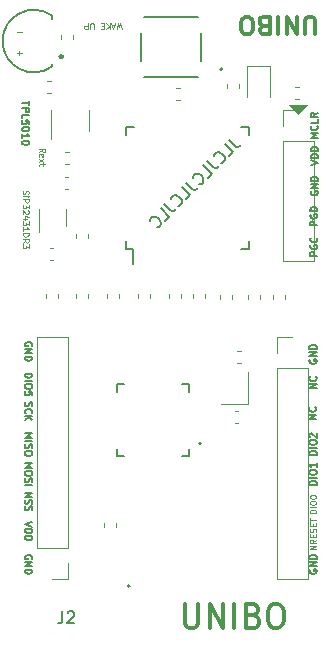
<source format=gbr>
%TF.GenerationSoftware,KiCad,Pcbnew,(5.1.6)-1*%
%TF.CreationDate,2022-09-14T08:17:57+02:00*%
%TF.ProjectId,LoRaWAN_EndNode_Microchip,4c6f5261-5741-44e5-9f45-6e644e6f6465,rev?*%
%TF.SameCoordinates,Original*%
%TF.FileFunction,Legend,Top*%
%TF.FilePolarity,Positive*%
%FSLAX46Y46*%
G04 Gerber Fmt 4.6, Leading zero omitted, Abs format (unit mm)*
G04 Created by KiCad (PCBNEW (5.1.6)-1) date 2022-09-14 08:17:57*
%MOMM*%
%LPD*%
G01*
G04 APERTURE LIST*
%ADD10C,0.300000*%
%ADD11C,0.125000*%
%ADD12C,0.150000*%
%ADD13C,0.100000*%
%ADD14C,0.120000*%
%ADD15C,0.127000*%
%ADD16C,0.200000*%
G04 APERTURE END LIST*
D10*
X213267142Y-72991428D02*
X213267142Y-71777142D01*
X213195714Y-71634285D01*
X213124285Y-71562857D01*
X212981428Y-71491428D01*
X212695714Y-71491428D01*
X212552857Y-71562857D01*
X212481428Y-71634285D01*
X212410000Y-71777142D01*
X212410000Y-72991428D01*
X211695714Y-71491428D02*
X211695714Y-72991428D01*
X210838571Y-71491428D01*
X210838571Y-72991428D01*
X210124285Y-71491428D02*
X210124285Y-72991428D01*
X208910000Y-72277142D02*
X208695714Y-72205714D01*
X208624285Y-72134285D01*
X208552857Y-71991428D01*
X208552857Y-71777142D01*
X208624285Y-71634285D01*
X208695714Y-71562857D01*
X208838571Y-71491428D01*
X209410000Y-71491428D01*
X209410000Y-72991428D01*
X208910000Y-72991428D01*
X208767142Y-72920000D01*
X208695714Y-72848571D01*
X208624285Y-72705714D01*
X208624285Y-72562857D01*
X208695714Y-72420000D01*
X208767142Y-72348571D01*
X208910000Y-72277142D01*
X209410000Y-72277142D01*
X207624285Y-72991428D02*
X207338571Y-72991428D01*
X207195714Y-72920000D01*
X207052857Y-72777142D01*
X206981428Y-72491428D01*
X206981428Y-71991428D01*
X207052857Y-71705714D01*
X207195714Y-71562857D01*
X207338571Y-71491428D01*
X207624285Y-71491428D01*
X207767142Y-71562857D01*
X207910000Y-71705714D01*
X207981428Y-71991428D01*
X207981428Y-72491428D01*
X207910000Y-72777142D01*
X207767142Y-72920000D01*
X207624285Y-72991428D01*
D11*
X189893809Y-82935238D02*
X190131904Y-82768571D01*
X189893809Y-82649523D02*
X190393809Y-82649523D01*
X190393809Y-82840000D01*
X190370000Y-82887619D01*
X190346190Y-82911428D01*
X190298571Y-82935238D01*
X190227142Y-82935238D01*
X190179523Y-82911428D01*
X190155714Y-82887619D01*
X190131904Y-82840000D01*
X190131904Y-82649523D01*
X189917619Y-83340000D02*
X189893809Y-83292380D01*
X189893809Y-83197142D01*
X189917619Y-83149523D01*
X189965238Y-83125714D01*
X190155714Y-83125714D01*
X190203333Y-83149523D01*
X190227142Y-83197142D01*
X190227142Y-83292380D01*
X190203333Y-83340000D01*
X190155714Y-83363809D01*
X190108095Y-83363809D01*
X190060476Y-83125714D01*
X189893809Y-83530476D02*
X190227142Y-83792380D01*
X190227142Y-83530476D02*
X189893809Y-83792380D01*
X190227142Y-83911428D02*
X190227142Y-84101904D01*
X190393809Y-83982857D02*
X189965238Y-83982857D01*
X189917619Y-84006666D01*
X189893809Y-84054285D01*
X189893809Y-84101904D01*
D10*
X202227142Y-121234761D02*
X202227142Y-122853809D01*
X202322380Y-123044285D01*
X202417619Y-123139523D01*
X202608095Y-123234761D01*
X202989047Y-123234761D01*
X203179523Y-123139523D01*
X203274761Y-123044285D01*
X203370000Y-122853809D01*
X203370000Y-121234761D01*
X204322380Y-123234761D02*
X204322380Y-121234761D01*
X205465238Y-123234761D01*
X205465238Y-121234761D01*
X206417619Y-123234761D02*
X206417619Y-121234761D01*
X208036666Y-122187142D02*
X208322380Y-122282380D01*
X208417619Y-122377619D01*
X208512857Y-122568095D01*
X208512857Y-122853809D01*
X208417619Y-123044285D01*
X208322380Y-123139523D01*
X208131904Y-123234761D01*
X207370000Y-123234761D01*
X207370000Y-121234761D01*
X208036666Y-121234761D01*
X208227142Y-121330000D01*
X208322380Y-121425238D01*
X208417619Y-121615714D01*
X208417619Y-121806190D01*
X208322380Y-121996666D01*
X208227142Y-122091904D01*
X208036666Y-122187142D01*
X207370000Y-122187142D01*
X209750952Y-121234761D02*
X210131904Y-121234761D01*
X210322380Y-121330000D01*
X210512857Y-121520476D01*
X210608095Y-121901428D01*
X210608095Y-122568095D01*
X210512857Y-122949047D01*
X210322380Y-123139523D01*
X210131904Y-123234761D01*
X209750952Y-123234761D01*
X209560476Y-123139523D01*
X209370000Y-122949047D01*
X209274761Y-122568095D01*
X209274761Y-121901428D01*
X209370000Y-121520476D01*
X209560476Y-121330000D01*
X209750952Y-121234761D01*
D12*
X213377428Y-102922428D02*
X212777428Y-102922428D01*
X213377428Y-102579571D01*
X212777428Y-102579571D01*
X213320285Y-101951000D02*
X213348857Y-101979571D01*
X213377428Y-102065285D01*
X213377428Y-102122428D01*
X213348857Y-102208142D01*
X213291714Y-102265285D01*
X213234571Y-102293857D01*
X213120285Y-102322428D01*
X213034571Y-102322428D01*
X212920285Y-102293857D01*
X212863142Y-102265285D01*
X212806000Y-102208142D01*
X212777428Y-102122428D01*
X212777428Y-102065285D01*
X212806000Y-101979571D01*
X212834571Y-101951000D01*
X213327428Y-105522428D02*
X212727428Y-105522428D01*
X213327428Y-105179571D01*
X212727428Y-105179571D01*
X213270285Y-104551000D02*
X213298857Y-104579571D01*
X213327428Y-104665285D01*
X213327428Y-104722428D01*
X213298857Y-104808142D01*
X213241714Y-104865285D01*
X213184571Y-104893857D01*
X213070285Y-104922428D01*
X212984571Y-104922428D01*
X212870285Y-104893857D01*
X212813142Y-104865285D01*
X212756000Y-104808142D01*
X212727428Y-104722428D01*
X212727428Y-104665285D01*
X212756000Y-104579571D01*
X212784571Y-104551000D01*
X213452428Y-91733142D02*
X212852428Y-91733142D01*
X212852428Y-91504571D01*
X212881000Y-91447428D01*
X212909571Y-91418857D01*
X212966714Y-91390285D01*
X213052428Y-91390285D01*
X213109571Y-91418857D01*
X213138142Y-91447428D01*
X213166714Y-91504571D01*
X213166714Y-91733142D01*
X212881000Y-90818857D02*
X212852428Y-90876000D01*
X212852428Y-90961714D01*
X212881000Y-91047428D01*
X212938142Y-91104571D01*
X212995285Y-91133142D01*
X213109571Y-91161714D01*
X213195285Y-91161714D01*
X213309571Y-91133142D01*
X213366714Y-91104571D01*
X213423857Y-91047428D01*
X213452428Y-90961714D01*
X213452428Y-90904571D01*
X213423857Y-90818857D01*
X213395285Y-90790285D01*
X213195285Y-90790285D01*
X213195285Y-90904571D01*
X213395285Y-90190285D02*
X213423857Y-90218857D01*
X213452428Y-90304571D01*
X213452428Y-90361714D01*
X213423857Y-90447428D01*
X213366714Y-90504571D01*
X213309571Y-90533142D01*
X213195285Y-90561714D01*
X213109571Y-90561714D01*
X212995285Y-90533142D01*
X212938142Y-90504571D01*
X212881000Y-90447428D01*
X212852428Y-90361714D01*
X212852428Y-90304571D01*
X212881000Y-90218857D01*
X212909571Y-90190285D01*
X213452428Y-89158142D02*
X212852428Y-89158142D01*
X212852428Y-88929571D01*
X212881000Y-88872428D01*
X212909571Y-88843857D01*
X212966714Y-88815285D01*
X213052428Y-88815285D01*
X213109571Y-88843857D01*
X213138142Y-88872428D01*
X213166714Y-88929571D01*
X213166714Y-89158142D01*
X212881000Y-88243857D02*
X212852428Y-88301000D01*
X212852428Y-88386714D01*
X212881000Y-88472428D01*
X212938142Y-88529571D01*
X212995285Y-88558142D01*
X213109571Y-88586714D01*
X213195285Y-88586714D01*
X213309571Y-88558142D01*
X213366714Y-88529571D01*
X213423857Y-88472428D01*
X213452428Y-88386714D01*
X213452428Y-88329571D01*
X213423857Y-88243857D01*
X213395285Y-88215285D01*
X213195285Y-88215285D01*
X213195285Y-88329571D01*
X213452428Y-87958142D02*
X212852428Y-87958142D01*
X212852428Y-87815285D01*
X212881000Y-87729571D01*
X212938142Y-87672428D01*
X212995285Y-87643857D01*
X213109571Y-87615285D01*
X213195285Y-87615285D01*
X213309571Y-87643857D01*
X213366714Y-87672428D01*
X213423857Y-87729571D01*
X213452428Y-87815285D01*
X213452428Y-87958142D01*
X212906000Y-86283142D02*
X212877428Y-86340285D01*
X212877428Y-86426000D01*
X212906000Y-86511714D01*
X212963142Y-86568857D01*
X213020285Y-86597428D01*
X213134571Y-86626000D01*
X213220285Y-86626000D01*
X213334571Y-86597428D01*
X213391714Y-86568857D01*
X213448857Y-86511714D01*
X213477428Y-86426000D01*
X213477428Y-86368857D01*
X213448857Y-86283142D01*
X213420285Y-86254571D01*
X213220285Y-86254571D01*
X213220285Y-86368857D01*
X213477428Y-85997428D02*
X212877428Y-85997428D01*
X213477428Y-85654571D01*
X212877428Y-85654571D01*
X213477428Y-85368857D02*
X212877428Y-85368857D01*
X212877428Y-85226000D01*
X212906000Y-85140285D01*
X212963142Y-85083142D01*
X213020285Y-85054571D01*
X213134571Y-85026000D01*
X213220285Y-85026000D01*
X213334571Y-85054571D01*
X213391714Y-85083142D01*
X213448857Y-85140285D01*
X213477428Y-85226000D01*
X213477428Y-85368857D01*
X212877428Y-84051000D02*
X213477428Y-83851000D01*
X212877428Y-83651000D01*
X213477428Y-83451000D02*
X212877428Y-83451000D01*
X212877428Y-83308142D01*
X212906000Y-83222428D01*
X212963142Y-83165285D01*
X213020285Y-83136714D01*
X213134571Y-83108142D01*
X213220285Y-83108142D01*
X213334571Y-83136714D01*
X213391714Y-83165285D01*
X213448857Y-83222428D01*
X213477428Y-83308142D01*
X213477428Y-83451000D01*
X213477428Y-82851000D02*
X212877428Y-82851000D01*
X212877428Y-82708142D01*
X212906000Y-82622428D01*
X212963142Y-82565285D01*
X213020285Y-82536714D01*
X213134571Y-82508142D01*
X213220285Y-82508142D01*
X213334571Y-82536714D01*
X213391714Y-82565285D01*
X213448857Y-82622428D01*
X213477428Y-82708142D01*
X213477428Y-82851000D01*
X213477428Y-81743857D02*
X212877428Y-81743857D01*
X213306000Y-81543857D01*
X212877428Y-81343857D01*
X213477428Y-81343857D01*
X213420285Y-80715285D02*
X213448857Y-80743857D01*
X213477428Y-80829571D01*
X213477428Y-80886714D01*
X213448857Y-80972428D01*
X213391714Y-81029571D01*
X213334571Y-81058142D01*
X213220285Y-81086714D01*
X213134571Y-81086714D01*
X213020285Y-81058142D01*
X212963142Y-81029571D01*
X212906000Y-80972428D01*
X212877428Y-80886714D01*
X212877428Y-80829571D01*
X212906000Y-80743857D01*
X212934571Y-80715285D01*
X213477428Y-80172428D02*
X213477428Y-80458142D01*
X212877428Y-80458142D01*
X213477428Y-79629571D02*
X213191714Y-79829571D01*
X213477428Y-79972428D02*
X212877428Y-79972428D01*
X212877428Y-79743857D01*
X212906000Y-79686714D01*
X212934571Y-79658142D01*
X212991714Y-79629571D01*
X213077428Y-79629571D01*
X213134571Y-79658142D01*
X213163142Y-79686714D01*
X213191714Y-79743857D01*
X213191714Y-79972428D01*
D11*
X196897142Y-72533809D02*
X196778095Y-72033809D01*
X196682857Y-72390952D01*
X196587619Y-72033809D01*
X196468571Y-72533809D01*
X196301904Y-72176666D02*
X196063809Y-72176666D01*
X196349523Y-72033809D02*
X196182857Y-72533809D01*
X196016190Y-72033809D01*
X195849523Y-72033809D02*
X195849523Y-72533809D01*
X195563809Y-72033809D02*
X195778095Y-72319523D01*
X195563809Y-72533809D02*
X195849523Y-72248095D01*
X195349523Y-72295714D02*
X195182857Y-72295714D01*
X195111428Y-72033809D02*
X195349523Y-72033809D01*
X195349523Y-72533809D01*
X195111428Y-72533809D01*
X194516190Y-72533809D02*
X194516190Y-72129047D01*
X194492380Y-72081428D01*
X194468571Y-72057619D01*
X194420952Y-72033809D01*
X194325714Y-72033809D01*
X194278095Y-72057619D01*
X194254285Y-72081428D01*
X194230476Y-72129047D01*
X194230476Y-72533809D01*
X193992380Y-72033809D02*
X193992380Y-72533809D01*
X193801904Y-72533809D01*
X193754285Y-72510000D01*
X193730476Y-72486190D01*
X193706666Y-72438571D01*
X193706666Y-72367142D01*
X193730476Y-72319523D01*
X193754285Y-72295714D01*
X193801904Y-72271904D01*
X193992380Y-72271904D01*
X188519619Y-86205523D02*
X188495809Y-86276952D01*
X188495809Y-86396000D01*
X188519619Y-86443619D01*
X188543428Y-86467428D01*
X188591047Y-86491238D01*
X188638666Y-86491238D01*
X188686285Y-86467428D01*
X188710095Y-86443619D01*
X188733904Y-86396000D01*
X188757714Y-86300761D01*
X188781523Y-86253142D01*
X188805333Y-86229333D01*
X188852952Y-86205523D01*
X188900571Y-86205523D01*
X188948190Y-86229333D01*
X188972000Y-86253142D01*
X188995809Y-86300761D01*
X188995809Y-86419809D01*
X188972000Y-86491238D01*
X188495809Y-86705523D02*
X188829142Y-86705523D01*
X188995809Y-86705523D02*
X188972000Y-86681714D01*
X188948190Y-86705523D01*
X188972000Y-86729333D01*
X188995809Y-86705523D01*
X188948190Y-86705523D01*
X188495809Y-86943619D02*
X188995809Y-86943619D01*
X188995809Y-87134095D01*
X188972000Y-87181714D01*
X188948190Y-87205523D01*
X188900571Y-87229333D01*
X188829142Y-87229333D01*
X188781523Y-87205523D01*
X188757714Y-87181714D01*
X188733904Y-87134095D01*
X188733904Y-86943619D01*
X188995809Y-87396000D02*
X188995809Y-87705523D01*
X188805333Y-87538857D01*
X188805333Y-87610285D01*
X188781523Y-87657904D01*
X188757714Y-87681714D01*
X188710095Y-87705523D01*
X188591047Y-87705523D01*
X188543428Y-87681714D01*
X188519619Y-87657904D01*
X188495809Y-87610285D01*
X188495809Y-87467428D01*
X188519619Y-87419809D01*
X188543428Y-87396000D01*
X188948190Y-87896000D02*
X188972000Y-87919809D01*
X188995809Y-87967428D01*
X188995809Y-88086476D01*
X188972000Y-88134095D01*
X188948190Y-88157904D01*
X188900571Y-88181714D01*
X188852952Y-88181714D01*
X188781523Y-88157904D01*
X188495809Y-87872190D01*
X188495809Y-88181714D01*
X188829142Y-88610285D02*
X188495809Y-88610285D01*
X189019619Y-88491238D02*
X188662476Y-88372190D01*
X188662476Y-88681714D01*
X188995809Y-88824571D02*
X188995809Y-89134095D01*
X188805333Y-88967428D01*
X188805333Y-89038857D01*
X188781523Y-89086476D01*
X188757714Y-89110285D01*
X188710095Y-89134095D01*
X188591047Y-89134095D01*
X188543428Y-89110285D01*
X188519619Y-89086476D01*
X188495809Y-89038857D01*
X188495809Y-88896000D01*
X188519619Y-88848380D01*
X188543428Y-88824571D01*
X188495809Y-89610285D02*
X188495809Y-89324571D01*
X188495809Y-89467428D02*
X188995809Y-89467428D01*
X188924380Y-89419809D01*
X188876761Y-89372190D01*
X188852952Y-89324571D01*
X188495809Y-89824571D02*
X188995809Y-89824571D01*
X188995809Y-89943619D01*
X188972000Y-90015047D01*
X188924380Y-90062666D01*
X188876761Y-90086476D01*
X188781523Y-90110285D01*
X188710095Y-90110285D01*
X188614857Y-90086476D01*
X188567238Y-90062666D01*
X188519619Y-90015047D01*
X188495809Y-89943619D01*
X188495809Y-89824571D01*
X188495809Y-90610285D02*
X188733904Y-90443619D01*
X188495809Y-90324571D02*
X188995809Y-90324571D01*
X188995809Y-90515047D01*
X188972000Y-90562666D01*
X188948190Y-90586476D01*
X188900571Y-90610285D01*
X188829142Y-90610285D01*
X188781523Y-90586476D01*
X188757714Y-90562666D01*
X188733904Y-90515047D01*
X188733904Y-90324571D01*
X188995809Y-90776952D02*
X188995809Y-91086476D01*
X188805333Y-90919809D01*
X188805333Y-90991238D01*
X188781523Y-91038857D01*
X188757714Y-91062666D01*
X188710095Y-91086476D01*
X188591047Y-91086476D01*
X188543428Y-91062666D01*
X188519619Y-91038857D01*
X188495809Y-90991238D01*
X188495809Y-90848380D01*
X188519619Y-90800761D01*
X188543428Y-90776952D01*
D12*
X189050571Y-78660857D02*
X189050571Y-79003714D01*
X188450571Y-78832285D02*
X189050571Y-78832285D01*
X188450571Y-79203714D02*
X189050571Y-79203714D01*
X189050571Y-79432285D01*
X189022000Y-79489428D01*
X188993428Y-79518000D01*
X188936285Y-79546571D01*
X188850571Y-79546571D01*
X188793428Y-79518000D01*
X188764857Y-79489428D01*
X188736285Y-79432285D01*
X188736285Y-79203714D01*
X188450571Y-80089428D02*
X188450571Y-79803714D01*
X189050571Y-79803714D01*
X189050571Y-80575142D02*
X189050571Y-80289428D01*
X188764857Y-80260857D01*
X188793428Y-80289428D01*
X188822000Y-80346571D01*
X188822000Y-80489428D01*
X188793428Y-80546571D01*
X188764857Y-80575142D01*
X188707714Y-80603714D01*
X188564857Y-80603714D01*
X188507714Y-80575142D01*
X188479142Y-80546571D01*
X188450571Y-80489428D01*
X188450571Y-80346571D01*
X188479142Y-80289428D01*
X188507714Y-80260857D01*
X189050571Y-80975142D02*
X189050571Y-81032285D01*
X189022000Y-81089428D01*
X188993428Y-81118000D01*
X188936285Y-81146571D01*
X188822000Y-81175142D01*
X188679142Y-81175142D01*
X188564857Y-81146571D01*
X188507714Y-81118000D01*
X188479142Y-81089428D01*
X188450571Y-81032285D01*
X188450571Y-80975142D01*
X188479142Y-80918000D01*
X188507714Y-80889428D01*
X188564857Y-80860857D01*
X188679142Y-80832285D01*
X188822000Y-80832285D01*
X188936285Y-80860857D01*
X188993428Y-80889428D01*
X189022000Y-80918000D01*
X189050571Y-80975142D01*
X188450571Y-81746571D02*
X188450571Y-81403714D01*
X188450571Y-81575142D02*
X189050571Y-81575142D01*
X188964857Y-81518000D01*
X188907714Y-81460857D01*
X188879142Y-81403714D01*
X189050571Y-82118000D02*
X189050571Y-82175142D01*
X189022000Y-82232285D01*
X188993428Y-82260857D01*
X188936285Y-82289428D01*
X188822000Y-82318000D01*
X188679142Y-82318000D01*
X188564857Y-82289428D01*
X188507714Y-82260857D01*
X188479142Y-82232285D01*
X188450571Y-82175142D01*
X188450571Y-82118000D01*
X188479142Y-82060857D01*
X188507714Y-82032285D01*
X188564857Y-82003714D01*
X188679142Y-81975142D01*
X188822000Y-81975142D01*
X188936285Y-82003714D01*
X188993428Y-82032285D01*
X189022000Y-82060857D01*
X189050571Y-82118000D01*
D13*
G36*
X211836000Y-79756000D02*
G01*
X211074000Y-78994000D01*
X212598000Y-78994000D01*
X211836000Y-79756000D01*
G37*
X211836000Y-79756000D02*
X211074000Y-78994000D01*
X212598000Y-78994000D01*
X211836000Y-79756000D01*
D11*
X213332190Y-116589809D02*
X212832190Y-116589809D01*
X213332190Y-116304095D01*
X212832190Y-116304095D01*
X213332190Y-115780285D02*
X213094095Y-115946952D01*
X213332190Y-116066000D02*
X212832190Y-116066000D01*
X212832190Y-115875523D01*
X212856000Y-115827904D01*
X212879809Y-115804095D01*
X212927428Y-115780285D01*
X212998857Y-115780285D01*
X213046476Y-115804095D01*
X213070285Y-115827904D01*
X213094095Y-115875523D01*
X213094095Y-116066000D01*
X213070285Y-115566000D02*
X213070285Y-115399333D01*
X213332190Y-115327904D02*
X213332190Y-115566000D01*
X212832190Y-115566000D01*
X212832190Y-115327904D01*
X213308380Y-115137428D02*
X213332190Y-115066000D01*
X213332190Y-114946952D01*
X213308380Y-114899333D01*
X213284571Y-114875523D01*
X213236952Y-114851714D01*
X213189333Y-114851714D01*
X213141714Y-114875523D01*
X213117904Y-114899333D01*
X213094095Y-114946952D01*
X213070285Y-115042190D01*
X213046476Y-115089809D01*
X213022666Y-115113619D01*
X212975047Y-115137428D01*
X212927428Y-115137428D01*
X212879809Y-115113619D01*
X212856000Y-115089809D01*
X212832190Y-115042190D01*
X212832190Y-114923142D01*
X212856000Y-114851714D01*
X213070285Y-114637428D02*
X213070285Y-114470761D01*
X213332190Y-114399333D02*
X213332190Y-114637428D01*
X212832190Y-114637428D01*
X212832190Y-114399333D01*
X212832190Y-114256476D02*
X212832190Y-113970761D01*
X213332190Y-114113619D02*
X212832190Y-114113619D01*
D12*
X212806000Y-118313142D02*
X212777428Y-118370285D01*
X212777428Y-118456000D01*
X212806000Y-118541714D01*
X212863142Y-118598857D01*
X212920285Y-118627428D01*
X213034571Y-118656000D01*
X213120285Y-118656000D01*
X213234571Y-118627428D01*
X213291714Y-118598857D01*
X213348857Y-118541714D01*
X213377428Y-118456000D01*
X213377428Y-118398857D01*
X213348857Y-118313142D01*
X213320285Y-118284571D01*
X213120285Y-118284571D01*
X213120285Y-118398857D01*
X213377428Y-118027428D02*
X212777428Y-118027428D01*
X213377428Y-117684571D01*
X212777428Y-117684571D01*
X213377428Y-117398857D02*
X212777428Y-117398857D01*
X212777428Y-117256000D01*
X212806000Y-117170285D01*
X212863142Y-117113142D01*
X212920285Y-117084571D01*
X213034571Y-117056000D01*
X213120285Y-117056000D01*
X213234571Y-117084571D01*
X213291714Y-117113142D01*
X213348857Y-117170285D01*
X213377428Y-117256000D01*
X213377428Y-117398857D01*
D11*
X213332190Y-113526000D02*
X212832190Y-113526000D01*
X212832190Y-113406952D01*
X212856000Y-113335523D01*
X212903619Y-113287904D01*
X212951238Y-113264095D01*
X213046476Y-113240285D01*
X213117904Y-113240285D01*
X213213142Y-113264095D01*
X213260761Y-113287904D01*
X213308380Y-113335523D01*
X213332190Y-113406952D01*
X213332190Y-113526000D01*
X213332190Y-113026000D02*
X212832190Y-113026000D01*
X212832190Y-112692666D02*
X212832190Y-112597428D01*
X212856000Y-112549809D01*
X212903619Y-112502190D01*
X212998857Y-112478380D01*
X213165523Y-112478380D01*
X213260761Y-112502190D01*
X213308380Y-112549809D01*
X213332190Y-112597428D01*
X213332190Y-112692666D01*
X213308380Y-112740285D01*
X213260761Y-112787904D01*
X213165523Y-112811714D01*
X212998857Y-112811714D01*
X212903619Y-112787904D01*
X212856000Y-112740285D01*
X212832190Y-112692666D01*
X212832190Y-112168857D02*
X212832190Y-112121238D01*
X212856000Y-112073619D01*
X212879809Y-112049809D01*
X212927428Y-112026000D01*
X213022666Y-112002190D01*
X213141714Y-112002190D01*
X213236952Y-112026000D01*
X213284571Y-112049809D01*
X213308380Y-112073619D01*
X213332190Y-112121238D01*
X213332190Y-112168857D01*
X213308380Y-112216476D01*
X213284571Y-112240285D01*
X213236952Y-112264095D01*
X213141714Y-112287904D01*
X213022666Y-112287904D01*
X212927428Y-112264095D01*
X212879809Y-112240285D01*
X212856000Y-112216476D01*
X212832190Y-112168857D01*
D12*
X213377428Y-111136000D02*
X212777428Y-111136000D01*
X212777428Y-110993142D01*
X212806000Y-110907428D01*
X212863142Y-110850285D01*
X212920285Y-110821714D01*
X213034571Y-110793142D01*
X213120285Y-110793142D01*
X213234571Y-110821714D01*
X213291714Y-110850285D01*
X213348857Y-110907428D01*
X213377428Y-110993142D01*
X213377428Y-111136000D01*
X213377428Y-110536000D02*
X212777428Y-110536000D01*
X212777428Y-110136000D02*
X212777428Y-110021714D01*
X212806000Y-109964571D01*
X212863142Y-109907428D01*
X212977428Y-109878857D01*
X213177428Y-109878857D01*
X213291714Y-109907428D01*
X213348857Y-109964571D01*
X213377428Y-110021714D01*
X213377428Y-110136000D01*
X213348857Y-110193142D01*
X213291714Y-110250285D01*
X213177428Y-110278857D01*
X212977428Y-110278857D01*
X212863142Y-110250285D01*
X212806000Y-110193142D01*
X212777428Y-110136000D01*
X213377428Y-109307428D02*
X213377428Y-109650285D01*
X213377428Y-109478857D02*
X212777428Y-109478857D01*
X212863142Y-109536000D01*
X212920285Y-109593142D01*
X212948857Y-109650285D01*
X213377428Y-108596000D02*
X212777428Y-108596000D01*
X212777428Y-108453142D01*
X212806000Y-108367428D01*
X212863142Y-108310285D01*
X212920285Y-108281714D01*
X213034571Y-108253142D01*
X213120285Y-108253142D01*
X213234571Y-108281714D01*
X213291714Y-108310285D01*
X213348857Y-108367428D01*
X213377428Y-108453142D01*
X213377428Y-108596000D01*
X213377428Y-107996000D02*
X212777428Y-107996000D01*
X212777428Y-107596000D02*
X212777428Y-107481714D01*
X212806000Y-107424571D01*
X212863142Y-107367428D01*
X212977428Y-107338857D01*
X213177428Y-107338857D01*
X213291714Y-107367428D01*
X213348857Y-107424571D01*
X213377428Y-107481714D01*
X213377428Y-107596000D01*
X213348857Y-107653142D01*
X213291714Y-107710285D01*
X213177428Y-107738857D01*
X212977428Y-107738857D01*
X212863142Y-107710285D01*
X212806000Y-107653142D01*
X212777428Y-107596000D01*
X212834571Y-107110285D02*
X212806000Y-107081714D01*
X212777428Y-107024571D01*
X212777428Y-106881714D01*
X212806000Y-106824571D01*
X212834571Y-106796000D01*
X212891714Y-106767428D01*
X212948857Y-106767428D01*
X213034571Y-106796000D01*
X213377428Y-107138857D01*
X213377428Y-106767428D01*
X212806000Y-100533142D02*
X212777428Y-100590285D01*
X212777428Y-100676000D01*
X212806000Y-100761714D01*
X212863142Y-100818857D01*
X212920285Y-100847428D01*
X213034571Y-100876000D01*
X213120285Y-100876000D01*
X213234571Y-100847428D01*
X213291714Y-100818857D01*
X213348857Y-100761714D01*
X213377428Y-100676000D01*
X213377428Y-100618857D01*
X213348857Y-100533142D01*
X213320285Y-100504571D01*
X213120285Y-100504571D01*
X213120285Y-100618857D01*
X213377428Y-100247428D02*
X212777428Y-100247428D01*
X213377428Y-99904571D01*
X212777428Y-99904571D01*
X213377428Y-99618857D02*
X212777428Y-99618857D01*
X212777428Y-99476000D01*
X212806000Y-99390285D01*
X212863142Y-99333142D01*
X212920285Y-99304571D01*
X213034571Y-99276000D01*
X213120285Y-99276000D01*
X213234571Y-99304571D01*
X213291714Y-99333142D01*
X213348857Y-99390285D01*
X213377428Y-99476000D01*
X213377428Y-99618857D01*
X188704571Y-111779142D02*
X189304571Y-111779142D01*
X188704571Y-112122000D01*
X189304571Y-112122000D01*
X188733142Y-112379142D02*
X188704571Y-112464857D01*
X188704571Y-112607714D01*
X188733142Y-112664857D01*
X188761714Y-112693428D01*
X188818857Y-112722000D01*
X188876000Y-112722000D01*
X188933142Y-112693428D01*
X188961714Y-112664857D01*
X188990285Y-112607714D01*
X189018857Y-112493428D01*
X189047428Y-112436285D01*
X189076000Y-112407714D01*
X189133142Y-112379142D01*
X189190285Y-112379142D01*
X189247428Y-112407714D01*
X189276000Y-112436285D01*
X189304571Y-112493428D01*
X189304571Y-112636285D01*
X189276000Y-112722000D01*
X188733142Y-112950571D02*
X188704571Y-113036285D01*
X188704571Y-113179142D01*
X188733142Y-113236285D01*
X188761714Y-113264857D01*
X188818857Y-113293428D01*
X188876000Y-113293428D01*
X188933142Y-113264857D01*
X188961714Y-113236285D01*
X188990285Y-113179142D01*
X189018857Y-113064857D01*
X189047428Y-113007714D01*
X189076000Y-112979142D01*
X189133142Y-112950571D01*
X189190285Y-112950571D01*
X189247428Y-112979142D01*
X189276000Y-113007714D01*
X189304571Y-113064857D01*
X189304571Y-113207714D01*
X189276000Y-113293428D01*
X188704571Y-106753142D02*
X189304571Y-106753142D01*
X188876000Y-106953142D01*
X189304571Y-107153142D01*
X188704571Y-107153142D01*
X188704571Y-107438857D02*
X189304571Y-107438857D01*
X188733142Y-107696000D02*
X188704571Y-107781714D01*
X188704571Y-107924571D01*
X188733142Y-107981714D01*
X188761714Y-108010285D01*
X188818857Y-108038857D01*
X188876000Y-108038857D01*
X188933142Y-108010285D01*
X188961714Y-107981714D01*
X188990285Y-107924571D01*
X189018857Y-107810285D01*
X189047428Y-107753142D01*
X189076000Y-107724571D01*
X189133142Y-107696000D01*
X189190285Y-107696000D01*
X189247428Y-107724571D01*
X189276000Y-107753142D01*
X189304571Y-107810285D01*
X189304571Y-107953142D01*
X189276000Y-108038857D01*
X189304571Y-108410285D02*
X189304571Y-108524571D01*
X189276000Y-108581714D01*
X189218857Y-108638857D01*
X189104571Y-108667428D01*
X188904571Y-108667428D01*
X188790285Y-108638857D01*
X188733142Y-108581714D01*
X188704571Y-108524571D01*
X188704571Y-108410285D01*
X188733142Y-108353142D01*
X188790285Y-108296000D01*
X188904571Y-108267428D01*
X189104571Y-108267428D01*
X189218857Y-108296000D01*
X189276000Y-108353142D01*
X189304571Y-108410285D01*
X189276000Y-117398857D02*
X189304571Y-117341714D01*
X189304571Y-117256000D01*
X189276000Y-117170285D01*
X189218857Y-117113142D01*
X189161714Y-117084571D01*
X189047428Y-117056000D01*
X188961714Y-117056000D01*
X188847428Y-117084571D01*
X188790285Y-117113142D01*
X188733142Y-117170285D01*
X188704571Y-117256000D01*
X188704571Y-117313142D01*
X188733142Y-117398857D01*
X188761714Y-117427428D01*
X188961714Y-117427428D01*
X188961714Y-117313142D01*
X188704571Y-117684571D02*
X189304571Y-117684571D01*
X188704571Y-118027428D01*
X189304571Y-118027428D01*
X188704571Y-118313142D02*
X189304571Y-118313142D01*
X189304571Y-118456000D01*
X189276000Y-118541714D01*
X189218857Y-118598857D01*
X189161714Y-118627428D01*
X189047428Y-118656000D01*
X188961714Y-118656000D01*
X188847428Y-118627428D01*
X188790285Y-118598857D01*
X188733142Y-118541714D01*
X188704571Y-118456000D01*
X188704571Y-118313142D01*
X188704571Y-109293142D02*
X189304571Y-109293142D01*
X188876000Y-109493142D01*
X189304571Y-109693142D01*
X188704571Y-109693142D01*
X189304571Y-110093142D02*
X189304571Y-110207428D01*
X189276000Y-110264571D01*
X189218857Y-110321714D01*
X189104571Y-110350285D01*
X188904571Y-110350285D01*
X188790285Y-110321714D01*
X188733142Y-110264571D01*
X188704571Y-110207428D01*
X188704571Y-110093142D01*
X188733142Y-110036000D01*
X188790285Y-109978857D01*
X188904571Y-109950285D01*
X189104571Y-109950285D01*
X189218857Y-109978857D01*
X189276000Y-110036000D01*
X189304571Y-110093142D01*
X188733142Y-110578857D02*
X188704571Y-110664571D01*
X188704571Y-110807428D01*
X188733142Y-110864571D01*
X188761714Y-110893142D01*
X188818857Y-110921714D01*
X188876000Y-110921714D01*
X188933142Y-110893142D01*
X188961714Y-110864571D01*
X188990285Y-110807428D01*
X189018857Y-110693142D01*
X189047428Y-110636000D01*
X189076000Y-110607428D01*
X189133142Y-110578857D01*
X189190285Y-110578857D01*
X189247428Y-110607428D01*
X189276000Y-110636000D01*
X189304571Y-110693142D01*
X189304571Y-110836000D01*
X189276000Y-110921714D01*
X188704571Y-111178857D02*
X189304571Y-111178857D01*
X189304571Y-114262000D02*
X188704571Y-114462000D01*
X189304571Y-114662000D01*
X188704571Y-114862000D02*
X189304571Y-114862000D01*
X189304571Y-115004857D01*
X189276000Y-115090571D01*
X189218857Y-115147714D01*
X189161714Y-115176285D01*
X189047428Y-115204857D01*
X188961714Y-115204857D01*
X188847428Y-115176285D01*
X188790285Y-115147714D01*
X188733142Y-115090571D01*
X188704571Y-115004857D01*
X188704571Y-114862000D01*
X188704571Y-115462000D02*
X189304571Y-115462000D01*
X189304571Y-115604857D01*
X189276000Y-115690571D01*
X189218857Y-115747714D01*
X189161714Y-115776285D01*
X189047428Y-115804857D01*
X188961714Y-115804857D01*
X188847428Y-115776285D01*
X188790285Y-115747714D01*
X188733142Y-115690571D01*
X188704571Y-115604857D01*
X188704571Y-115462000D01*
X188733142Y-104130571D02*
X188704571Y-104216285D01*
X188704571Y-104359142D01*
X188733142Y-104416285D01*
X188761714Y-104444857D01*
X188818857Y-104473428D01*
X188876000Y-104473428D01*
X188933142Y-104444857D01*
X188961714Y-104416285D01*
X188990285Y-104359142D01*
X189018857Y-104244857D01*
X189047428Y-104187714D01*
X189076000Y-104159142D01*
X189133142Y-104130571D01*
X189190285Y-104130571D01*
X189247428Y-104159142D01*
X189276000Y-104187714D01*
X189304571Y-104244857D01*
X189304571Y-104387714D01*
X189276000Y-104473428D01*
X188761714Y-105073428D02*
X188733142Y-105044857D01*
X188704571Y-104959142D01*
X188704571Y-104902000D01*
X188733142Y-104816285D01*
X188790285Y-104759142D01*
X188847428Y-104730571D01*
X188961714Y-104702000D01*
X189047428Y-104702000D01*
X189161714Y-104730571D01*
X189218857Y-104759142D01*
X189276000Y-104816285D01*
X189304571Y-104902000D01*
X189304571Y-104959142D01*
X189276000Y-105044857D01*
X189247428Y-105073428D01*
X188704571Y-105330571D02*
X189304571Y-105330571D01*
X188704571Y-105673428D02*
X189047428Y-105416285D01*
X189304571Y-105673428D02*
X188961714Y-105330571D01*
X188704571Y-101716000D02*
X189304571Y-101716000D01*
X189304571Y-101858857D01*
X189276000Y-101944571D01*
X189218857Y-102001714D01*
X189161714Y-102030285D01*
X189047428Y-102058857D01*
X188961714Y-102058857D01*
X188847428Y-102030285D01*
X188790285Y-102001714D01*
X188733142Y-101944571D01*
X188704571Y-101858857D01*
X188704571Y-101716000D01*
X188704571Y-102316000D02*
X189304571Y-102316000D01*
X189304571Y-102716000D02*
X189304571Y-102830285D01*
X189276000Y-102887428D01*
X189218857Y-102944571D01*
X189104571Y-102973142D01*
X188904571Y-102973142D01*
X188790285Y-102944571D01*
X188733142Y-102887428D01*
X188704571Y-102830285D01*
X188704571Y-102716000D01*
X188733142Y-102658857D01*
X188790285Y-102601714D01*
X188904571Y-102573142D01*
X189104571Y-102573142D01*
X189218857Y-102601714D01*
X189276000Y-102658857D01*
X189304571Y-102716000D01*
X189304571Y-103516000D02*
X189304571Y-103230285D01*
X189018857Y-103201714D01*
X189047428Y-103230285D01*
X189076000Y-103287428D01*
X189076000Y-103430285D01*
X189047428Y-103487428D01*
X189018857Y-103516000D01*
X188961714Y-103544571D01*
X188818857Y-103544571D01*
X188761714Y-103516000D01*
X188733142Y-103487428D01*
X188704571Y-103430285D01*
X188704571Y-103287428D01*
X188733142Y-103230285D01*
X188761714Y-103201714D01*
X189276000Y-99364857D02*
X189304571Y-99307714D01*
X189304571Y-99222000D01*
X189276000Y-99136285D01*
X189218857Y-99079142D01*
X189161714Y-99050571D01*
X189047428Y-99022000D01*
X188961714Y-99022000D01*
X188847428Y-99050571D01*
X188790285Y-99079142D01*
X188733142Y-99136285D01*
X188704571Y-99222000D01*
X188704571Y-99279142D01*
X188733142Y-99364857D01*
X188761714Y-99393428D01*
X188961714Y-99393428D01*
X188961714Y-99279142D01*
X188704571Y-99650571D02*
X189304571Y-99650571D01*
X188704571Y-99993428D01*
X189304571Y-99993428D01*
X188704571Y-100279142D02*
X189304571Y-100279142D01*
X189304571Y-100422000D01*
X189276000Y-100507714D01*
X189218857Y-100564857D01*
X189161714Y-100593428D01*
X189047428Y-100622000D01*
X188961714Y-100622000D01*
X188847428Y-100593428D01*
X188790285Y-100564857D01*
X188733142Y-100507714D01*
X188704571Y-100422000D01*
X188704571Y-100279142D01*
D11*
X188023523Y-72820714D02*
X188404476Y-72820714D01*
X188023523Y-74570714D02*
X188404476Y-74570714D01*
X188214000Y-74761190D02*
X188214000Y-74380238D01*
D12*
X205958934Y-81916614D02*
X206464011Y-82421691D01*
X206598698Y-82489034D01*
X206733385Y-82489034D01*
X206868072Y-82421691D01*
X206935415Y-82354347D01*
X205992606Y-83297156D02*
X206329324Y-82960439D01*
X205622217Y-82253332D01*
X205285499Y-83869576D02*
X205352843Y-83869576D01*
X205487530Y-83802233D01*
X205554873Y-83734889D01*
X205622217Y-83600202D01*
X205622217Y-83465515D01*
X205588545Y-83364500D01*
X205487530Y-83196141D01*
X205386514Y-83095126D01*
X205218156Y-82994111D01*
X205117140Y-82960439D01*
X204982453Y-82960439D01*
X204847766Y-83027782D01*
X204780423Y-83095126D01*
X204713079Y-83229813D01*
X204713079Y-83297156D01*
X204140660Y-83734889D02*
X204645736Y-84239965D01*
X204780423Y-84307309D01*
X204915110Y-84307309D01*
X205049797Y-84239965D01*
X205117140Y-84172622D01*
X204174331Y-85115431D02*
X204511049Y-84778713D01*
X203803942Y-84071607D01*
X203467225Y-85687851D02*
X203534568Y-85687851D01*
X203669255Y-85620507D01*
X203736599Y-85553164D01*
X203803942Y-85418477D01*
X203803942Y-85283790D01*
X203770270Y-85182774D01*
X203669255Y-85014416D01*
X203568240Y-84913400D01*
X203399881Y-84812385D01*
X203298866Y-84778713D01*
X203164179Y-84778713D01*
X203029492Y-84846057D01*
X202962148Y-84913400D01*
X202894805Y-85048087D01*
X202894805Y-85115431D01*
X202322385Y-85553164D02*
X202827461Y-86058240D01*
X202962148Y-86125583D01*
X203096835Y-86125583D01*
X203231522Y-86058240D01*
X203298866Y-85990896D01*
X202356057Y-86933705D02*
X202692774Y-86596988D01*
X201985668Y-85889881D01*
X201648950Y-87506125D02*
X201716294Y-87506125D01*
X201850981Y-87438782D01*
X201918324Y-87371438D01*
X201985668Y-87236751D01*
X201985668Y-87102064D01*
X201951996Y-87001049D01*
X201850981Y-86832690D01*
X201749965Y-86731675D01*
X201581607Y-86630660D01*
X201480591Y-86596988D01*
X201345904Y-86596988D01*
X201211217Y-86664331D01*
X201143874Y-86731675D01*
X201076530Y-86866362D01*
X201076530Y-86933705D01*
X200504111Y-87371438D02*
X201009187Y-87876514D01*
X201143874Y-87943858D01*
X201278561Y-87943858D01*
X201413248Y-87876514D01*
X201480591Y-87809171D01*
X200537782Y-88751980D02*
X200874500Y-88415263D01*
X200167393Y-87708156D01*
X199830675Y-89324400D02*
X199898019Y-89324400D01*
X200032706Y-89257056D01*
X200100049Y-89189713D01*
X200167393Y-89055026D01*
X200167393Y-88920339D01*
X200133721Y-88819324D01*
X200032706Y-88650965D01*
X199931691Y-88549950D01*
X199763332Y-88448934D01*
X199662317Y-88415263D01*
X199527630Y-88415263D01*
X199392943Y-88482606D01*
X199325599Y-88549950D01*
X199258256Y-88684637D01*
X199258256Y-88751980D01*
D14*
%TO.C,J1*%
X210506000Y-79378500D02*
X211836000Y-79378500D01*
X210506000Y-80708500D02*
X210506000Y-79378500D01*
X210506000Y-81978500D02*
X213166000Y-81978500D01*
X213166000Y-81978500D02*
X213166000Y-92198500D01*
X210506000Y-81978500D02*
X210506000Y-92198500D01*
X210506000Y-92198500D02*
X213166000Y-92198500D01*
D10*
%TO.C,U4*%
X191858000Y-74858400D02*
G75*
G03*
X191858000Y-74858400I-100000J0D01*
G01*
D15*
X191001000Y-71652400D02*
X191001000Y-71414400D01*
X191001000Y-75702400D02*
X191001000Y-75458400D01*
X191001000Y-75702400D02*
G75*
G02*
X191001000Y-71414400I-1557707J2144000D01*
G01*
D14*
%TO.C,R311*%
X193038000Y-89905721D02*
X193038000Y-90231279D01*
X194058000Y-89905721D02*
X194058000Y-90231279D01*
%TO.C,U6*%
X192168000Y-89178400D02*
X192168000Y-87778400D01*
X189848000Y-87778400D02*
X189848000Y-89678400D01*
%TO.C,R302*%
X206250000Y-95374779D02*
X206250000Y-95049221D01*
X205230000Y-95374779D02*
X205230000Y-95049221D01*
%TO.C,CON1*%
X192338000Y-119059000D02*
X191008000Y-119059000D01*
X192338000Y-117729000D02*
X192338000Y-119059000D01*
X192338000Y-116459000D02*
X189678000Y-116459000D01*
X189678000Y-116459000D02*
X189678000Y-98619000D01*
X192338000Y-116459000D02*
X192338000Y-98619000D01*
X192338000Y-98619000D02*
X189678000Y-98619000D01*
%TO.C,CON2*%
X209998000Y-119059000D02*
X212658000Y-119059000D01*
X209998000Y-101219000D02*
X209998000Y-119059000D01*
X212658000Y-101219000D02*
X212658000Y-119059000D01*
X209998000Y-101219000D02*
X212658000Y-101219000D01*
X209998000Y-99949000D02*
X209998000Y-98619000D01*
X209998000Y-98619000D02*
X211328000Y-98619000D01*
%TO.C,C302*%
X201838779Y-77518800D02*
X201513221Y-77518800D01*
X201838779Y-78538800D02*
X201513221Y-78538800D01*
%TO.C,D301*%
X207515000Y-75627500D02*
X207515000Y-78312500D01*
X209435000Y-75627500D02*
X207515000Y-75627500D01*
X209435000Y-78312500D02*
X209435000Y-75627500D01*
%TO.C,C308*%
X192737200Y-73065321D02*
X192737200Y-73390879D01*
X191717200Y-73065321D02*
X191717200Y-73390879D01*
%TO.C,C309*%
X192364679Y-85037200D02*
X192039121Y-85037200D01*
X192364679Y-86057200D02*
X192039121Y-86057200D01*
%TO.C,R301*%
X200848500Y-95311279D02*
X200848500Y-94985721D01*
X201868500Y-95311279D02*
X201868500Y-94985721D01*
%TO.C,C310*%
X190768921Y-91031600D02*
X191094479Y-91031600D01*
X190768921Y-92051600D02*
X191094479Y-92051600D01*
%TO.C,C307*%
X190891279Y-76909200D02*
X190565721Y-76909200D01*
X190891279Y-77929200D02*
X190565721Y-77929200D01*
%TO.C,C301*%
X203964000Y-94985721D02*
X203964000Y-95311279D01*
X202944000Y-94985721D02*
X202944000Y-95311279D01*
%TO.C,R303*%
X208599500Y-95374779D02*
X208599500Y-95049221D01*
X207579500Y-95374779D02*
X207579500Y-95049221D01*
%TO.C,U5*%
X190856000Y-79381600D02*
X190856000Y-81831600D01*
X194076000Y-81181600D02*
X194076000Y-79381600D01*
%TO.C,R307*%
X190498000Y-94998221D02*
X190498000Y-95323779D01*
X191518000Y-94998221D02*
X191518000Y-95323779D01*
%TO.C,Y1*%
X207610000Y-104282000D02*
X207610000Y-101582000D01*
X205310000Y-104282000D02*
X207610000Y-104282000D01*
%TO.C,Rext1*%
X192415479Y-83923600D02*
X192089921Y-83923600D01*
X192415479Y-82903600D02*
X192089921Y-82903600D01*
%TO.C,R305*%
X211584221Y-78488000D02*
X211909779Y-78488000D01*
X211584221Y-77468000D02*
X211909779Y-77468000D01*
D15*
%TO.C,U1*%
X202567000Y-108714000D02*
X202567000Y-108094000D01*
X202567000Y-102614000D02*
X202567000Y-103234000D01*
X196467000Y-108714000D02*
X196467000Y-108094000D01*
X196467000Y-102614000D02*
X196467000Y-103234000D01*
X202567000Y-108714000D02*
X201947000Y-108714000D01*
X202567000Y-102614000D02*
X201947000Y-102614000D01*
X196467000Y-108714000D02*
X197087000Y-108714000D01*
X196467000Y-102614000D02*
X197087000Y-102614000D01*
D16*
X203612000Y-107614000D02*
G75*
G03*
X203612000Y-107614000I-100000J0D01*
G01*
D15*
%TO.C,S301*%
X198506500Y-72891000D02*
X198506500Y-75251000D01*
X203606500Y-75251000D02*
X203606500Y-72891000D01*
D16*
X205406500Y-75946000D02*
G75*
G03*
X205406500Y-75946000I-100000J0D01*
G01*
D15*
X198806500Y-76621000D02*
X203306500Y-76621000D01*
X198806500Y-71521000D02*
X203306500Y-71521000D01*
D14*
%TO.C,R310*%
X206785000Y-77537779D02*
X206785000Y-77212221D01*
X205765000Y-77537779D02*
X205765000Y-77212221D01*
%TO.C,R309*%
X199265000Y-94985721D02*
X199265000Y-95311279D01*
X198245000Y-94985721D02*
X198245000Y-95311279D01*
%TO.C,R308*%
X194058000Y-94998221D02*
X194058000Y-95323779D01*
X193038000Y-94998221D02*
X193038000Y-95323779D01*
%TO.C,R304*%
X209675000Y-95374779D02*
X209675000Y-95049221D01*
X210695000Y-95374779D02*
X210695000Y-95049221D01*
%TO.C,R306*%
X196661500Y-94998221D02*
X196661500Y-95323779D01*
X195641500Y-94998221D02*
X195641500Y-95323779D01*
%TO.C,C208*%
X206618721Y-99820000D02*
X206944279Y-99820000D01*
X206618721Y-100840000D02*
X206944279Y-100840000D01*
%TO.C,C207*%
X206440721Y-105920000D02*
X206766279Y-105920000D01*
X206440721Y-104900000D02*
X206766279Y-104900000D01*
D12*
%TO.C,U2*%
X197275400Y-91169000D02*
X197850400Y-91169000D01*
X197275400Y-80819000D02*
X197950400Y-80819000D01*
X207625400Y-80819000D02*
X206950400Y-80819000D01*
X207625400Y-91169000D02*
X206950400Y-91169000D01*
X197275400Y-91169000D02*
X197275400Y-90494000D01*
X207625400Y-91169000D02*
X207625400Y-90494000D01*
X207625400Y-80819000D02*
X207625400Y-81494000D01*
X197275400Y-80819000D02*
X197275400Y-81494000D01*
X197850400Y-91169000D02*
X197850400Y-92444000D01*
D14*
%TO.C,C215*%
X196435000Y-114712779D02*
X196435000Y-114387221D01*
X195415000Y-114712779D02*
X195415000Y-114387221D01*
D16*
%TO.C,J2*%
X197570000Y-119705000D02*
G75*
G03*
X197570000Y-119705000I-100000J0D01*
G01*
D12*
X191866666Y-121842380D02*
X191866666Y-122556666D01*
X191819047Y-122699523D01*
X191723809Y-122794761D01*
X191580952Y-122842380D01*
X191485714Y-122842380D01*
X192295238Y-121937619D02*
X192342857Y-121890000D01*
X192438095Y-121842380D01*
X192676190Y-121842380D01*
X192771428Y-121890000D01*
X192819047Y-121937619D01*
X192866666Y-122032857D01*
X192866666Y-122128095D01*
X192819047Y-122270952D01*
X192247619Y-122842380D01*
X192866666Y-122842380D01*
%TD*%
M02*

</source>
